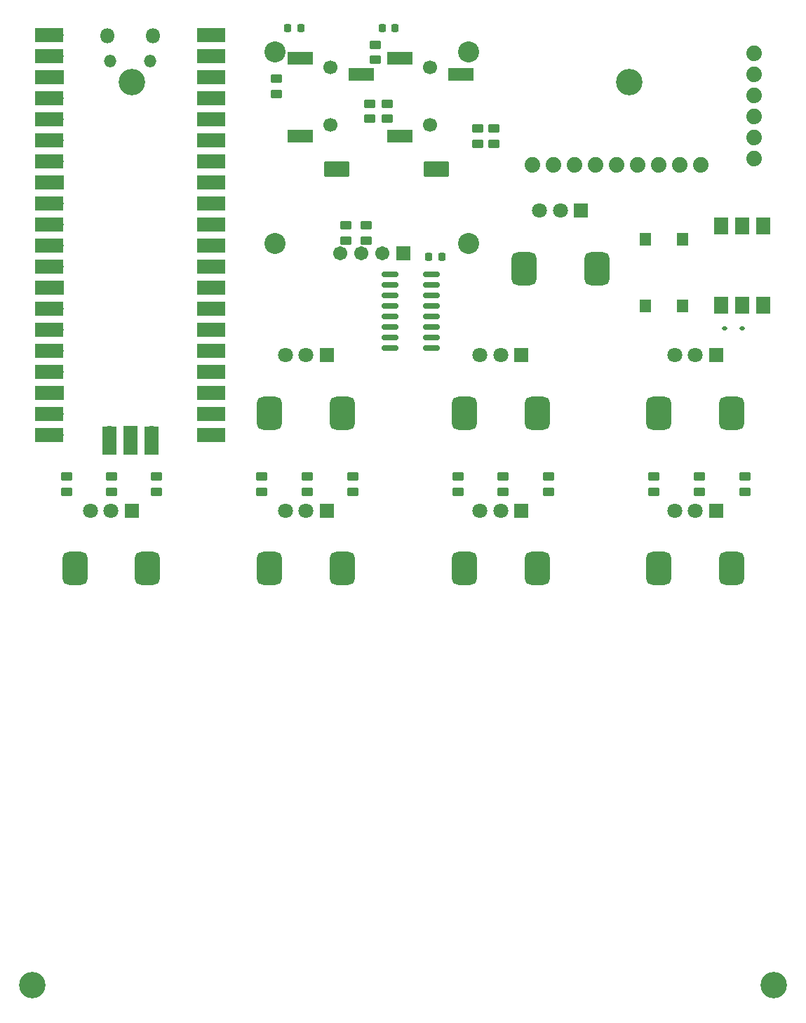
<source format=gts>
%TF.GenerationSoftware,KiCad,Pcbnew,8.0.4*%
%TF.CreationDate,2024-08-26T20:05:07-05:00*%
%TF.ProjectId,controller,636f6e74-726f-46c6-9c65-722e6b696361,2*%
%TF.SameCoordinates,Original*%
%TF.FileFunction,Soldermask,Top*%
%TF.FilePolarity,Negative*%
%FSLAX46Y46*%
G04 Gerber Fmt 4.6, Leading zero omitted, Abs format (unit mm)*
G04 Created by KiCad (PCBNEW 8.0.4) date 2024-08-26 20:05:07*
%MOMM*%
%LPD*%
G01*
G04 APERTURE LIST*
G04 Aperture macros list*
%AMRoundRect*
0 Rectangle with rounded corners*
0 $1 Rounding radius*
0 $2 $3 $4 $5 $6 $7 $8 $9 X,Y pos of 4 corners*
0 Add a 4 corners polygon primitive as box body*
4,1,4,$2,$3,$4,$5,$6,$7,$8,$9,$2,$3,0*
0 Add four circle primitives for the rounded corners*
1,1,$1+$1,$2,$3*
1,1,$1+$1,$4,$5*
1,1,$1+$1,$6,$7*
1,1,$1+$1,$8,$9*
0 Add four rect primitives between the rounded corners*
20,1,$1+$1,$2,$3,$4,$5,0*
20,1,$1+$1,$4,$5,$6,$7,0*
20,1,$1+$1,$6,$7,$8,$9,0*
20,1,$1+$1,$8,$9,$2,$3,0*%
G04 Aperture macros list end*
%ADD10RoundRect,0.250000X-0.450000X0.262500X-0.450000X-0.262500X0.450000X-0.262500X0.450000X0.262500X0*%
%ADD11RoundRect,0.250000X0.450000X-0.262500X0.450000X0.262500X-0.450000X0.262500X-0.450000X-0.262500X0*%
%ADD12RoundRect,0.218750X-0.218750X-0.256250X0.218750X-0.256250X0.218750X0.256250X-0.218750X0.256250X0*%
%ADD13C,1.700000*%
%ADD14RoundRect,0.102000X-1.400000X0.700000X-1.400000X-0.700000X1.400000X-0.700000X1.400000X0.700000X0*%
%ADD15RoundRect,0.102000X-1.400000X0.800000X-1.400000X-0.800000X1.400000X-0.800000X1.400000X0.800000X0*%
%ADD16R,1.400000X1.600000*%
%ADD17C,1.879600*%
%ADD18R,1.780000X2.000000*%
%ADD19C,3.200000*%
%ADD20R,1.800000X1.800000*%
%ADD21C,1.800000*%
%ADD22RoundRect,0.750000X-0.750000X1.250000X-0.750000X-1.250000X0.750000X-1.250000X0.750000X1.250000X0*%
%ADD23O,1.800000X1.800000*%
%ADD24O,1.500000X1.500000*%
%ADD25O,1.700000X1.700000*%
%ADD26R,3.500000X1.700000*%
%ADD27R,1.700000X1.700000*%
%ADD28R,1.700000X3.500000*%
%ADD29RoundRect,0.225000X0.225000X0.250000X-0.225000X0.250000X-0.225000X-0.250000X0.225000X-0.250000X0*%
%ADD30RoundRect,0.150000X-0.825000X-0.150000X0.825000X-0.150000X0.825000X0.150000X-0.825000X0.150000X0*%
%ADD31C,2.540000*%
%ADD32RoundRect,0.101600X0.754000X0.754000X-0.754000X0.754000X-0.754000X-0.754000X0.754000X-0.754000X0*%
%ADD33C,1.711200*%
%ADD34RoundRect,0.112500X-0.187500X-0.112500X0.187500X-0.112500X0.187500X0.112500X-0.187500X0.112500X0*%
G04 APERTURE END LIST*
D10*
%TO.C,R11*%
X98427577Y-88800000D03*
X98427577Y-90625000D03*
%TD*%
D11*
%TO.C,R6*%
X84400000Y-45612500D03*
X84400000Y-43787500D03*
%TD*%
D12*
%TO.C,DT1*%
X83812500Y-34700000D03*
X85387500Y-34700000D03*
%TD*%
D13*
%TO.C,J1-I1*%
X77600000Y-39400000D03*
X77600000Y-46400000D03*
D14*
X73900000Y-38300000D03*
X73900000Y-47700000D03*
X81300000Y-40300000D03*
D15*
X78350000Y-51700000D03*
%TD*%
D16*
%TO.C,SW1*%
X115600000Y-68200000D03*
X115600000Y-60200000D03*
X120100000Y-68200000D03*
X120100000Y-60200000D03*
%TD*%
D10*
%TO.C,R15*%
X93000000Y-88800000D03*
X93000000Y-90625000D03*
%TD*%
%TO.C,R9*%
X51116663Y-88800000D03*
X51116663Y-90625000D03*
%TD*%
D17*
%TO.C,U4*%
X122240000Y-51200000D03*
X119700000Y-51200000D03*
X117160000Y-51200000D03*
X114620000Y-51200000D03*
X112080000Y-51200000D03*
X128740000Y-47910000D03*
X128740000Y-45370000D03*
X109540000Y-51200000D03*
X104460000Y-51200000D03*
X128740000Y-40290000D03*
X101920000Y-51200000D03*
X128740000Y-42830000D03*
X107000000Y-51200000D03*
X128740000Y-50450000D03*
X128740000Y-37750000D03*
%TD*%
D10*
%TO.C,R5*%
X71000000Y-40787500D03*
X71000000Y-42612500D03*
%TD*%
D18*
%TO.C,U1*%
X124700000Y-68100000D03*
X127240000Y-68100000D03*
X129780000Y-68100000D03*
X129780000Y-58570000D03*
X127240000Y-58570000D03*
X124700000Y-58570000D03*
%TD*%
D10*
%TO.C,R8*%
X79400000Y-58487500D03*
X79400000Y-60312500D03*
%TD*%
%TO.C,R18*%
X80300000Y-88787500D03*
X80300000Y-90612500D03*
%TD*%
D19*
%TO.C,Hole1*%
X53600000Y-41200000D03*
%TD*%
D20*
%TO.C,RV4*%
X124100000Y-92900000D03*
D21*
X121600000Y-92900000D03*
X119100000Y-92900000D03*
D22*
X126000000Y-99900000D03*
X117200000Y-99900000D03*
%TD*%
D10*
%TO.C,R2*%
X83000000Y-36687500D03*
X83000000Y-38512500D03*
%TD*%
%TO.C,R20*%
X127600000Y-88787500D03*
X127600000Y-90612500D03*
%TD*%
%TO.C,R7*%
X81900000Y-58487500D03*
X81900000Y-60312500D03*
%TD*%
D20*
%TO.C,RV8*%
X107800000Y-56700000D03*
D21*
X105300000Y-56700000D03*
X102800000Y-56700000D03*
D22*
X109700000Y-63700000D03*
X100900000Y-63700000D03*
%TD*%
D11*
%TO.C,R3*%
X97300000Y-48625000D03*
X97300000Y-46800000D03*
%TD*%
D10*
%TO.C,R13*%
X45700000Y-88800000D03*
X45700000Y-90625000D03*
%TD*%
%TO.C,R17*%
X56600000Y-88787500D03*
X56600000Y-90612500D03*
%TD*%
%TO.C,R19*%
X103900000Y-88787500D03*
X103900000Y-90612500D03*
%TD*%
%TO.C,R10*%
X74772120Y-88800000D03*
X74772120Y-90625000D03*
%TD*%
D20*
%TO.C,RV5*%
X100600000Y-92900000D03*
D21*
X98100000Y-92900000D03*
X95600000Y-92900000D03*
D22*
X102500000Y-99900000D03*
X93700000Y-99900000D03*
%TD*%
D10*
%TO.C,R16*%
X116600000Y-88800000D03*
X116600000Y-90625000D03*
%TD*%
%TO.C,R12*%
X122083034Y-88800000D03*
X122083034Y-90625000D03*
%TD*%
D23*
%TO.C,U3*%
X50665000Y-35630000D03*
D24*
X50965000Y-38660000D03*
X55815000Y-38660000D03*
D23*
X56115000Y-35630000D03*
D25*
X44500000Y-35500000D03*
D26*
X43600000Y-35500000D03*
D25*
X44500000Y-38040000D03*
D26*
X43600000Y-38040000D03*
D27*
X44500000Y-40580000D03*
D26*
X43600000Y-40580000D03*
D25*
X44500000Y-43120000D03*
D26*
X43600000Y-43120000D03*
D25*
X44500000Y-45660000D03*
D26*
X43600000Y-45660000D03*
D25*
X44500000Y-48200000D03*
D26*
X43600000Y-48200000D03*
D25*
X44500000Y-50740000D03*
D26*
X43600000Y-50740000D03*
D27*
X44500000Y-53280000D03*
D26*
X43600000Y-53280000D03*
D25*
X44500000Y-55820000D03*
D26*
X43600000Y-55820000D03*
D25*
X44500000Y-58360000D03*
D26*
X43600000Y-58360000D03*
D25*
X44500000Y-60900000D03*
D26*
X43600000Y-60900000D03*
D25*
X44500000Y-63440000D03*
D26*
X43600000Y-63440000D03*
D27*
X44500000Y-65980000D03*
D26*
X43600000Y-65980000D03*
D25*
X44500000Y-68520000D03*
D26*
X43600000Y-68520000D03*
D25*
X44500000Y-71060000D03*
D26*
X43600000Y-71060000D03*
D25*
X44500000Y-73600000D03*
D26*
X43600000Y-73600000D03*
D25*
X44500000Y-76140000D03*
D26*
X43600000Y-76140000D03*
D27*
X44500000Y-78680000D03*
D26*
X43600000Y-78680000D03*
D25*
X44500000Y-81220000D03*
D26*
X43600000Y-81220000D03*
D25*
X44500000Y-83760000D03*
D26*
X43600000Y-83760000D03*
D25*
X62280000Y-83760000D03*
D26*
X63180000Y-83760000D03*
D25*
X62280000Y-81220000D03*
D26*
X63180000Y-81220000D03*
D27*
X62280000Y-78680000D03*
D26*
X63180000Y-78680000D03*
D25*
X62280000Y-76140000D03*
D26*
X63180000Y-76140000D03*
D25*
X62280000Y-73600000D03*
D26*
X63180000Y-73600000D03*
D25*
X62280000Y-71060000D03*
D26*
X63180000Y-71060000D03*
D25*
X62280000Y-68520000D03*
D26*
X63180000Y-68520000D03*
D27*
X62280000Y-65980000D03*
D26*
X63180000Y-65980000D03*
D25*
X62280000Y-63440000D03*
D26*
X63180000Y-63440000D03*
D25*
X62280000Y-60900000D03*
D26*
X63180000Y-60900000D03*
D25*
X62280000Y-58360000D03*
D26*
X63180000Y-58360000D03*
D25*
X62280000Y-55820000D03*
D26*
X63180000Y-55820000D03*
D27*
X62280000Y-53280000D03*
D26*
X63180000Y-53280000D03*
D25*
X62280000Y-50740000D03*
D26*
X63180000Y-50740000D03*
D25*
X62280000Y-48200000D03*
D26*
X63180000Y-48200000D03*
D25*
X62280000Y-45660000D03*
D26*
X63180000Y-45660000D03*
D25*
X62280000Y-43120000D03*
D26*
X63180000Y-43120000D03*
D27*
X62280000Y-40580000D03*
D26*
X63180000Y-40580000D03*
D25*
X62280000Y-38040000D03*
D26*
X63180000Y-38040000D03*
D25*
X62280000Y-35500000D03*
D26*
X63180000Y-35500000D03*
D25*
X50850000Y-83530000D03*
D28*
X50850000Y-84430000D03*
D27*
X53390000Y-83530000D03*
D28*
X53390000Y-84430000D03*
D25*
X55930000Y-83530000D03*
D28*
X55930000Y-84430000D03*
%TD*%
D29*
%TO.C,C1*%
X91000000Y-62300000D03*
X89450000Y-62300000D03*
%TD*%
D20*
%TO.C,RV6*%
X77100000Y-92900000D03*
D21*
X74600000Y-92900000D03*
X72100000Y-92900000D03*
D22*
X79000000Y-99900000D03*
X70200000Y-99900000D03*
%TD*%
D19*
%TO.C,Hole2*%
X113600000Y-41200000D03*
%TD*%
%TO.C,Hole4*%
X131100000Y-150200000D03*
%TD*%
D13*
%TO.C,J11-O1*%
X89600000Y-39400000D03*
X89600000Y-46400000D03*
D14*
X85900000Y-38300000D03*
X85900000Y-47700000D03*
X93300000Y-40300000D03*
D15*
X90350000Y-51700000D03*
%TD*%
D30*
%TO.C,U2*%
X84770000Y-64430000D03*
X84770000Y-65700000D03*
X84770000Y-66970000D03*
X84770000Y-68240000D03*
X84770000Y-69510000D03*
X84770000Y-70780000D03*
X84770000Y-72050000D03*
X84770000Y-73320000D03*
X89720000Y-73320000D03*
X89720000Y-72050000D03*
X89720000Y-70780000D03*
X89720000Y-69510000D03*
X89720000Y-68240000D03*
X89720000Y-66970000D03*
X89720000Y-65700000D03*
X89720000Y-64430000D03*
%TD*%
D20*
%TO.C,RV3*%
X77100000Y-74150000D03*
D21*
X74600000Y-74150000D03*
X72100000Y-74150000D03*
D22*
X79000000Y-81150000D03*
X70200000Y-81150000D03*
%TD*%
D10*
%TO.C,R14*%
X69300000Y-88787500D03*
X69300000Y-90612500D03*
%TD*%
%TO.C,R4*%
X82300000Y-43787500D03*
X82300000Y-45612500D03*
%TD*%
D31*
%TO.C,DISP1*%
X94268000Y-60714000D03*
X94268000Y-37600000D03*
X70900000Y-60714000D03*
X70900000Y-37600000D03*
D32*
X86394000Y-61857000D03*
D33*
X83854000Y-61857000D03*
X81314000Y-61857000D03*
X78774000Y-61857000D03*
%TD*%
D19*
%TO.C,Hole3*%
X41600000Y-150200000D03*
%TD*%
D12*
%TO.C,DR1*%
X72412500Y-34700000D03*
X73987500Y-34700000D03*
%TD*%
D11*
%TO.C,R1*%
X95300000Y-48612500D03*
X95300000Y-46787500D03*
%TD*%
D20*
%TO.C,RV7*%
X53600000Y-92900000D03*
D21*
X51100000Y-92900000D03*
X48600000Y-92900000D03*
D22*
X55500000Y-99900000D03*
X46700000Y-99900000D03*
%TD*%
D20*
%TO.C,RV2*%
X124100000Y-74150000D03*
D21*
X121600000Y-74150000D03*
X119100000Y-74150000D03*
D22*
X126000000Y-81150000D03*
X117200000Y-81150000D03*
%TD*%
D34*
%TO.C,D1*%
X125150000Y-70900000D03*
X127250000Y-70900000D03*
%TD*%
D20*
%TO.C,RV1*%
X100600000Y-74150000D03*
D21*
X98100000Y-74150000D03*
X95600000Y-74150000D03*
D22*
X102500000Y-81150000D03*
X93700000Y-81150000D03*
%TD*%
M02*

</source>
